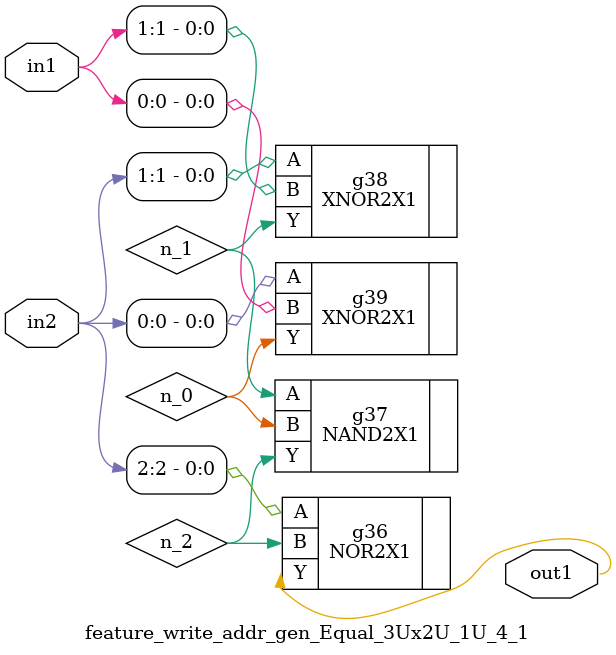
<source format=v>
`timescale 1ps / 1ps


module feature_write_addr_gen_Equal_3Ux2U_1U_4_1(in2, in1, out1);
  input [2:0] in2;
  input [1:0] in1;
  output out1;
  wire [2:0] in2;
  wire [1:0] in1;
  wire out1;
  wire n_0, n_1, n_2;
  NOR2X1 g36(.A (in2[2]), .B (n_2), .Y (out1));
  NAND2X1 g37(.A (n_1), .B (n_0), .Y (n_2));
  XNOR2X1 g38(.A (in2[1]), .B (in1[1]), .Y (n_1));
  XNOR2X1 g39(.A (in2[0]), .B (in1[0]), .Y (n_0));
endmodule



</source>
